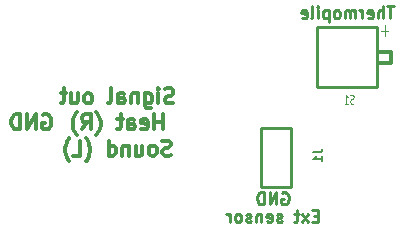
<source format=gbo>
G04 #@! TF.GenerationSoftware,KiCad,Pcbnew,5.1.5-52549c5~86~ubuntu18.04.1*
G04 #@! TF.CreationDate,2020-08-27T00:17:12-07:00*
G04 #@! TF.ProjectId,heat2sound_rx_and_tx,68656174-3273-46f7-956e-645f72785f61,rev?*
G04 #@! TF.SameCoordinates,Original*
G04 #@! TF.FileFunction,Legend,Bot*
G04 #@! TF.FilePolarity,Positive*
%FSLAX46Y46*%
G04 Gerber Fmt 4.6, Leading zero omitted, Abs format (unit mm)*
G04 Created by KiCad (PCBNEW 5.1.5-52549c5~86~ubuntu18.04.1) date 2020-08-27 00:17:12*
%MOMM*%
%LPD*%
G04 APERTURE LIST*
%ADD10C,0.250000*%
%ADD11C,0.254000*%
%ADD12C,0.304800*%
%ADD13C,0.300000*%
%ADD14C,0.120000*%
%ADD15C,0.190500*%
%ADD16C,0.125000*%
G04 APERTURE END LIST*
D10*
X176011904Y-132750000D02*
X176107142Y-132702380D01*
X176250000Y-132702380D01*
X176392857Y-132750000D01*
X176488095Y-132845238D01*
X176535714Y-132940476D01*
X176583333Y-133130952D01*
X176583333Y-133273809D01*
X176535714Y-133464285D01*
X176488095Y-133559523D01*
X176392857Y-133654761D01*
X176250000Y-133702380D01*
X176154761Y-133702380D01*
X176011904Y-133654761D01*
X175964285Y-133607142D01*
X175964285Y-133273809D01*
X176154761Y-133273809D01*
X175535714Y-133702380D02*
X175535714Y-132702380D01*
X174964285Y-133702380D01*
X174964285Y-132702380D01*
X174488095Y-133702380D02*
X174488095Y-132702380D01*
X174250000Y-132702380D01*
X174107142Y-132750000D01*
X174011904Y-132845238D01*
X173964285Y-132940476D01*
X173916666Y-133130952D01*
X173916666Y-133273809D01*
X173964285Y-133464285D01*
X174011904Y-133559523D01*
X174107142Y-133654761D01*
X174250000Y-133702380D01*
X174488095Y-133702380D01*
D11*
X179047904Y-134677428D02*
X178709238Y-134677428D01*
X178564095Y-135209619D02*
X179047904Y-135209619D01*
X179047904Y-134193619D01*
X178564095Y-134193619D01*
X178225428Y-135209619D02*
X177693238Y-134532285D01*
X178225428Y-134532285D02*
X177693238Y-135209619D01*
X177451333Y-134532285D02*
X177064285Y-134532285D01*
X177306190Y-134193619D02*
X177306190Y-135064476D01*
X177257809Y-135161238D01*
X177161047Y-135209619D01*
X177064285Y-135209619D01*
X175999904Y-135161238D02*
X175903142Y-135209619D01*
X175709619Y-135209619D01*
X175612857Y-135161238D01*
X175564476Y-135064476D01*
X175564476Y-135016095D01*
X175612857Y-134919333D01*
X175709619Y-134870952D01*
X175854761Y-134870952D01*
X175951523Y-134822571D01*
X175999904Y-134725809D01*
X175999904Y-134677428D01*
X175951523Y-134580666D01*
X175854761Y-134532285D01*
X175709619Y-134532285D01*
X175612857Y-134580666D01*
X174742000Y-135161238D02*
X174838761Y-135209619D01*
X175032285Y-135209619D01*
X175129047Y-135161238D01*
X175177428Y-135064476D01*
X175177428Y-134677428D01*
X175129047Y-134580666D01*
X175032285Y-134532285D01*
X174838761Y-134532285D01*
X174742000Y-134580666D01*
X174693619Y-134677428D01*
X174693619Y-134774190D01*
X175177428Y-134870952D01*
X174258190Y-134532285D02*
X174258190Y-135209619D01*
X174258190Y-134629047D02*
X174209809Y-134580666D01*
X174113047Y-134532285D01*
X173967904Y-134532285D01*
X173871142Y-134580666D01*
X173822761Y-134677428D01*
X173822761Y-135209619D01*
X173387333Y-135161238D02*
X173290571Y-135209619D01*
X173097047Y-135209619D01*
X173000285Y-135161238D01*
X172951904Y-135064476D01*
X172951904Y-135016095D01*
X173000285Y-134919333D01*
X173097047Y-134870952D01*
X173242190Y-134870952D01*
X173338952Y-134822571D01*
X173387333Y-134725809D01*
X173387333Y-134677428D01*
X173338952Y-134580666D01*
X173242190Y-134532285D01*
X173097047Y-134532285D01*
X173000285Y-134580666D01*
X172371333Y-135209619D02*
X172468095Y-135161238D01*
X172516476Y-135112857D01*
X172564857Y-135016095D01*
X172564857Y-134725809D01*
X172516476Y-134629047D01*
X172468095Y-134580666D01*
X172371333Y-134532285D01*
X172226190Y-134532285D01*
X172129428Y-134580666D01*
X172081047Y-134629047D01*
X172032666Y-134725809D01*
X172032666Y-135016095D01*
X172081047Y-135112857D01*
X172129428Y-135161238D01*
X172226190Y-135209619D01*
X172371333Y-135209619D01*
X171597238Y-135209619D02*
X171597238Y-134532285D01*
X171597238Y-134725809D02*
X171548857Y-134629047D01*
X171500476Y-134580666D01*
X171403714Y-134532285D01*
X171306952Y-134532285D01*
D12*
X166817142Y-125104247D02*
X166635714Y-125164723D01*
X166333333Y-125164723D01*
X166212380Y-125104247D01*
X166151904Y-125043771D01*
X166091428Y-124922819D01*
X166091428Y-124801866D01*
X166151904Y-124680914D01*
X166212380Y-124620438D01*
X166333333Y-124559961D01*
X166575238Y-124499485D01*
X166696190Y-124439009D01*
X166756666Y-124378533D01*
X166817142Y-124257580D01*
X166817142Y-124136628D01*
X166756666Y-124015676D01*
X166696190Y-123955200D01*
X166575238Y-123894723D01*
X166272857Y-123894723D01*
X166091428Y-123955200D01*
X165547142Y-125164723D02*
X165547142Y-124318057D01*
X165547142Y-123894723D02*
X165607619Y-123955200D01*
X165547142Y-124015676D01*
X165486666Y-123955200D01*
X165547142Y-123894723D01*
X165547142Y-124015676D01*
X164398095Y-124318057D02*
X164398095Y-125346152D01*
X164458571Y-125467104D01*
X164519047Y-125527580D01*
X164640000Y-125588057D01*
X164821428Y-125588057D01*
X164942380Y-125527580D01*
X164398095Y-125104247D02*
X164519047Y-125164723D01*
X164760952Y-125164723D01*
X164881904Y-125104247D01*
X164942380Y-125043771D01*
X165002857Y-124922819D01*
X165002857Y-124559961D01*
X164942380Y-124439009D01*
X164881904Y-124378533D01*
X164760952Y-124318057D01*
X164519047Y-124318057D01*
X164398095Y-124378533D01*
X163793333Y-124318057D02*
X163793333Y-125164723D01*
X163793333Y-124439009D02*
X163732857Y-124378533D01*
X163611904Y-124318057D01*
X163430476Y-124318057D01*
X163309523Y-124378533D01*
X163249047Y-124499485D01*
X163249047Y-125164723D01*
X162100000Y-125164723D02*
X162100000Y-124499485D01*
X162160476Y-124378533D01*
X162281428Y-124318057D01*
X162523333Y-124318057D01*
X162644285Y-124378533D01*
X162100000Y-125104247D02*
X162220952Y-125164723D01*
X162523333Y-125164723D01*
X162644285Y-125104247D01*
X162704761Y-124983295D01*
X162704761Y-124862342D01*
X162644285Y-124741390D01*
X162523333Y-124680914D01*
X162220952Y-124680914D01*
X162100000Y-124620438D01*
X161313809Y-125164723D02*
X161434761Y-125104247D01*
X161495238Y-124983295D01*
X161495238Y-123894723D01*
X159680952Y-125164723D02*
X159801904Y-125104247D01*
X159862380Y-125043771D01*
X159922857Y-124922819D01*
X159922857Y-124559961D01*
X159862380Y-124439009D01*
X159801904Y-124378533D01*
X159680952Y-124318057D01*
X159499523Y-124318057D01*
X159378571Y-124378533D01*
X159318095Y-124439009D01*
X159257619Y-124559961D01*
X159257619Y-124922819D01*
X159318095Y-125043771D01*
X159378571Y-125104247D01*
X159499523Y-125164723D01*
X159680952Y-125164723D01*
X158169047Y-124318057D02*
X158169047Y-125164723D01*
X158713333Y-124318057D02*
X158713333Y-124983295D01*
X158652857Y-125104247D01*
X158531904Y-125164723D01*
X158350476Y-125164723D01*
X158229523Y-125104247D01*
X158169047Y-125043771D01*
X157745714Y-124318057D02*
X157261904Y-124318057D01*
X157564285Y-123894723D02*
X157564285Y-124983295D01*
X157503809Y-125104247D01*
X157382857Y-125164723D01*
X157261904Y-125164723D01*
X165910000Y-127374523D02*
X165910000Y-126104523D01*
X165910000Y-126709285D02*
X165184285Y-126709285D01*
X165184285Y-127374523D02*
X165184285Y-126104523D01*
X164095714Y-127314047D02*
X164216666Y-127374523D01*
X164458571Y-127374523D01*
X164579523Y-127314047D01*
X164640000Y-127193095D01*
X164640000Y-126709285D01*
X164579523Y-126588333D01*
X164458571Y-126527857D01*
X164216666Y-126527857D01*
X164095714Y-126588333D01*
X164035238Y-126709285D01*
X164035238Y-126830238D01*
X164640000Y-126951190D01*
X162946666Y-127374523D02*
X162946666Y-126709285D01*
X163007142Y-126588333D01*
X163128095Y-126527857D01*
X163370000Y-126527857D01*
X163490952Y-126588333D01*
X162946666Y-127314047D02*
X163067619Y-127374523D01*
X163370000Y-127374523D01*
X163490952Y-127314047D01*
X163551428Y-127193095D01*
X163551428Y-127072142D01*
X163490952Y-126951190D01*
X163370000Y-126890714D01*
X163067619Y-126890714D01*
X162946666Y-126830238D01*
X162523333Y-126527857D02*
X162039523Y-126527857D01*
X162341904Y-126104523D02*
X162341904Y-127193095D01*
X162281428Y-127314047D01*
X162160476Y-127374523D01*
X162039523Y-127374523D01*
X160285714Y-127858333D02*
X160346190Y-127797857D01*
X160467142Y-127616428D01*
X160527619Y-127495476D01*
X160588095Y-127314047D01*
X160648571Y-127011666D01*
X160648571Y-126769761D01*
X160588095Y-126467380D01*
X160527619Y-126285952D01*
X160467142Y-126165000D01*
X160346190Y-125983571D01*
X160285714Y-125923095D01*
X159076190Y-127374523D02*
X159499523Y-126769761D01*
X159801904Y-127374523D02*
X159801904Y-126104523D01*
X159318095Y-126104523D01*
X159197142Y-126165000D01*
X159136666Y-126225476D01*
X159076190Y-126346428D01*
X159076190Y-126527857D01*
X159136666Y-126648809D01*
X159197142Y-126709285D01*
X159318095Y-126769761D01*
X159801904Y-126769761D01*
X158652857Y-127858333D02*
X158592380Y-127797857D01*
X158471428Y-127616428D01*
X158410952Y-127495476D01*
X158350476Y-127314047D01*
X158290000Y-127011666D01*
X158290000Y-126769761D01*
X158350476Y-126467380D01*
X158410952Y-126285952D01*
X158471428Y-126165000D01*
X158592380Y-125983571D01*
X158652857Y-125923095D01*
X166605476Y-129523847D02*
X166424047Y-129584323D01*
X166121666Y-129584323D01*
X166000714Y-129523847D01*
X165940238Y-129463371D01*
X165879761Y-129342419D01*
X165879761Y-129221466D01*
X165940238Y-129100514D01*
X166000714Y-129040038D01*
X166121666Y-128979561D01*
X166363571Y-128919085D01*
X166484523Y-128858609D01*
X166545000Y-128798133D01*
X166605476Y-128677180D01*
X166605476Y-128556228D01*
X166545000Y-128435276D01*
X166484523Y-128374800D01*
X166363571Y-128314323D01*
X166061190Y-128314323D01*
X165879761Y-128374800D01*
X165154047Y-129584323D02*
X165275000Y-129523847D01*
X165335476Y-129463371D01*
X165395952Y-129342419D01*
X165395952Y-128979561D01*
X165335476Y-128858609D01*
X165275000Y-128798133D01*
X165154047Y-128737657D01*
X164972619Y-128737657D01*
X164851666Y-128798133D01*
X164791190Y-128858609D01*
X164730714Y-128979561D01*
X164730714Y-129342419D01*
X164791190Y-129463371D01*
X164851666Y-129523847D01*
X164972619Y-129584323D01*
X165154047Y-129584323D01*
X163642142Y-128737657D02*
X163642142Y-129584323D01*
X164186428Y-128737657D02*
X164186428Y-129402895D01*
X164125952Y-129523847D01*
X164005000Y-129584323D01*
X163823571Y-129584323D01*
X163702619Y-129523847D01*
X163642142Y-129463371D01*
X163037380Y-128737657D02*
X163037380Y-129584323D01*
X163037380Y-128858609D02*
X162976904Y-128798133D01*
X162855952Y-128737657D01*
X162674523Y-128737657D01*
X162553571Y-128798133D01*
X162493095Y-128919085D01*
X162493095Y-129584323D01*
X161344047Y-129584323D02*
X161344047Y-128314323D01*
X161344047Y-129523847D02*
X161465000Y-129584323D01*
X161706904Y-129584323D01*
X161827857Y-129523847D01*
X161888333Y-129463371D01*
X161948809Y-129342419D01*
X161948809Y-128979561D01*
X161888333Y-128858609D01*
X161827857Y-128798133D01*
X161706904Y-128737657D01*
X161465000Y-128737657D01*
X161344047Y-128798133D01*
X159408809Y-130068133D02*
X159469285Y-130007657D01*
X159590238Y-129826228D01*
X159650714Y-129705276D01*
X159711190Y-129523847D01*
X159771666Y-129221466D01*
X159771666Y-128979561D01*
X159711190Y-128677180D01*
X159650714Y-128495752D01*
X159590238Y-128374800D01*
X159469285Y-128193371D01*
X159408809Y-128132895D01*
X158320238Y-129584323D02*
X158925000Y-129584323D01*
X158925000Y-128314323D01*
X158017857Y-130068133D02*
X157957380Y-130007657D01*
X157836428Y-129826228D01*
X157775952Y-129705276D01*
X157715476Y-129523847D01*
X157655000Y-129221466D01*
X157655000Y-128979561D01*
X157715476Y-128677180D01*
X157775952Y-128495752D01*
X157836428Y-128374800D01*
X157957380Y-128193371D01*
X158017857Y-128132895D01*
X155767619Y-126165000D02*
X155888571Y-126104523D01*
X156070000Y-126104523D01*
X156251428Y-126165000D01*
X156372380Y-126285952D01*
X156432857Y-126406904D01*
X156493333Y-126648809D01*
X156493333Y-126830238D01*
X156432857Y-127072142D01*
X156372380Y-127193095D01*
X156251428Y-127314047D01*
X156070000Y-127374523D01*
X155949047Y-127374523D01*
X155767619Y-127314047D01*
X155707142Y-127253571D01*
X155707142Y-126830238D01*
X155949047Y-126830238D01*
X155162857Y-127374523D02*
X155162857Y-126104523D01*
X154437142Y-127374523D01*
X154437142Y-126104523D01*
X153832380Y-127374523D02*
X153832380Y-126104523D01*
X153530000Y-126104523D01*
X153348571Y-126165000D01*
X153227619Y-126285952D01*
X153167142Y-126406904D01*
X153106666Y-126648809D01*
X153106666Y-126830238D01*
X153167142Y-127072142D01*
X153227619Y-127193095D01*
X153348571Y-127314047D01*
X153530000Y-127374523D01*
X153832380Y-127374523D01*
D10*
X185476190Y-116952380D02*
X184904761Y-116952380D01*
X185190476Y-117952380D02*
X185190476Y-116952380D01*
X184571428Y-117952380D02*
X184571428Y-116952380D01*
X184142857Y-117952380D02*
X184142857Y-117428571D01*
X184190476Y-117333333D01*
X184285714Y-117285714D01*
X184428571Y-117285714D01*
X184523809Y-117333333D01*
X184571428Y-117380952D01*
X183285714Y-117904761D02*
X183380952Y-117952380D01*
X183571428Y-117952380D01*
X183666666Y-117904761D01*
X183714285Y-117809523D01*
X183714285Y-117428571D01*
X183666666Y-117333333D01*
X183571428Y-117285714D01*
X183380952Y-117285714D01*
X183285714Y-117333333D01*
X183238095Y-117428571D01*
X183238095Y-117523809D01*
X183714285Y-117619047D01*
X182809523Y-117952380D02*
X182809523Y-117285714D01*
X182809523Y-117476190D02*
X182761904Y-117380952D01*
X182714285Y-117333333D01*
X182619047Y-117285714D01*
X182523809Y-117285714D01*
X182190476Y-117952380D02*
X182190476Y-117285714D01*
X182190476Y-117380952D02*
X182142857Y-117333333D01*
X182047619Y-117285714D01*
X181904761Y-117285714D01*
X181809523Y-117333333D01*
X181761904Y-117428571D01*
X181761904Y-117952380D01*
X181761904Y-117428571D02*
X181714285Y-117333333D01*
X181619047Y-117285714D01*
X181476190Y-117285714D01*
X181380952Y-117333333D01*
X181333333Y-117428571D01*
X181333333Y-117952380D01*
X180714285Y-117952380D02*
X180809523Y-117904761D01*
X180857142Y-117857142D01*
X180904761Y-117761904D01*
X180904761Y-117476190D01*
X180857142Y-117380952D01*
X180809523Y-117333333D01*
X180714285Y-117285714D01*
X180571428Y-117285714D01*
X180476190Y-117333333D01*
X180428571Y-117380952D01*
X180380952Y-117476190D01*
X180380952Y-117761904D01*
X180428571Y-117857142D01*
X180476190Y-117904761D01*
X180571428Y-117952380D01*
X180714285Y-117952380D01*
X179952380Y-117285714D02*
X179952380Y-118285714D01*
X179952380Y-117333333D02*
X179857142Y-117285714D01*
X179666666Y-117285714D01*
X179571428Y-117333333D01*
X179523809Y-117380952D01*
X179476190Y-117476190D01*
X179476190Y-117761904D01*
X179523809Y-117857142D01*
X179571428Y-117904761D01*
X179666666Y-117952380D01*
X179857142Y-117952380D01*
X179952380Y-117904761D01*
X179047619Y-117952380D02*
X179047619Y-117285714D01*
X179047619Y-116952380D02*
X179095238Y-117000000D01*
X179047619Y-117047619D01*
X179000000Y-117000000D01*
X179047619Y-116952380D01*
X179047619Y-117047619D01*
X178428571Y-117952380D02*
X178523809Y-117904761D01*
X178571428Y-117809523D01*
X178571428Y-116952380D01*
X177666666Y-117904761D02*
X177761904Y-117952380D01*
X177952380Y-117952380D01*
X178047619Y-117904761D01*
X178095238Y-117809523D01*
X178095238Y-117428571D01*
X178047619Y-117333333D01*
X177952380Y-117285714D01*
X177761904Y-117285714D01*
X177666666Y-117333333D01*
X177619047Y-117428571D01*
X177619047Y-117523809D01*
X178095238Y-117619047D01*
D11*
X176770000Y-127250000D02*
X176770000Y-132250000D01*
X176770000Y-127230000D02*
X174230000Y-127230000D01*
X174214760Y-127250000D02*
X174214760Y-132250000D01*
X174214760Y-132285240D02*
X176775080Y-132285240D01*
X184040000Y-123790000D02*
X178960000Y-123790000D01*
X184040000Y-123790000D02*
X184040000Y-118710000D01*
X184040000Y-118710000D02*
X178960000Y-118710000D01*
X178960000Y-118710000D02*
X178960000Y-123790000D01*
D13*
X184100000Y-121750000D02*
X185200000Y-121750000D01*
X185200000Y-121750000D02*
X185200000Y-120850000D01*
X185200000Y-120850000D02*
X184100000Y-120850000D01*
D14*
X184400000Y-119050000D02*
X185000000Y-119050000D01*
X184700000Y-119450000D02*
X184700000Y-118550000D01*
D15*
X178679714Y-129296000D02*
X179224000Y-129296000D01*
X179332857Y-129259714D01*
X179405428Y-129187142D01*
X179441714Y-129078285D01*
X179441714Y-129005714D01*
X179441714Y-130058000D02*
X179441714Y-129622571D01*
X179441714Y-129840285D02*
X178679714Y-129840285D01*
X178788571Y-129767714D01*
X178861142Y-129695142D01*
X178897428Y-129622571D01*
D16*
X182080952Y-125155428D02*
X182009523Y-125191714D01*
X181890476Y-125191714D01*
X181842857Y-125155428D01*
X181819047Y-125119142D01*
X181795238Y-125046571D01*
X181795238Y-124974000D01*
X181819047Y-124901428D01*
X181842857Y-124865142D01*
X181890476Y-124828857D01*
X181985714Y-124792571D01*
X182033333Y-124756285D01*
X182057142Y-124720000D01*
X182080952Y-124647428D01*
X182080952Y-124574857D01*
X182057142Y-124502285D01*
X182033333Y-124466000D01*
X181985714Y-124429714D01*
X181866666Y-124429714D01*
X181795238Y-124466000D01*
X181319047Y-125191714D02*
X181604761Y-125191714D01*
X181461904Y-125191714D02*
X181461904Y-124429714D01*
X181509523Y-124538571D01*
X181557142Y-124611142D01*
X181604761Y-124647428D01*
M02*

</source>
